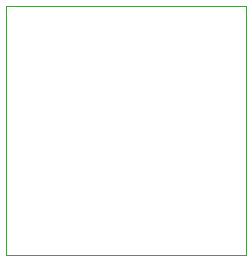
<source format=gbr>
G04 #@! TF.GenerationSoftware,KiCad,Pcbnew,(5.1.5)-3*
G04 #@! TF.CreationDate,2020-12-21T12:38:01+01:00*
G04 #@! TF.ProjectId,epimetheus_tcs34725,6570696d-6574-4686-9575-735f74637333,rev?*
G04 #@! TF.SameCoordinates,Original*
G04 #@! TF.FileFunction,Profile,NP*
%FSLAX46Y46*%
G04 Gerber Fmt 4.6, Leading zero omitted, Abs format (unit mm)*
G04 Created by KiCad (PCBNEW (5.1.5)-3) date 2020-12-21 12:38:01*
%MOMM*%
%LPD*%
G04 APERTURE LIST*
%ADD10C,0.050000*%
G04 APERTURE END LIST*
D10*
X181102000Y-41402000D02*
X181102000Y-20320000D01*
X160782000Y-41402000D02*
X181102000Y-41402000D01*
X160782000Y-20320000D02*
X160782000Y-41402000D01*
X181102000Y-20320000D02*
X160782000Y-20320000D01*
M02*

</source>
